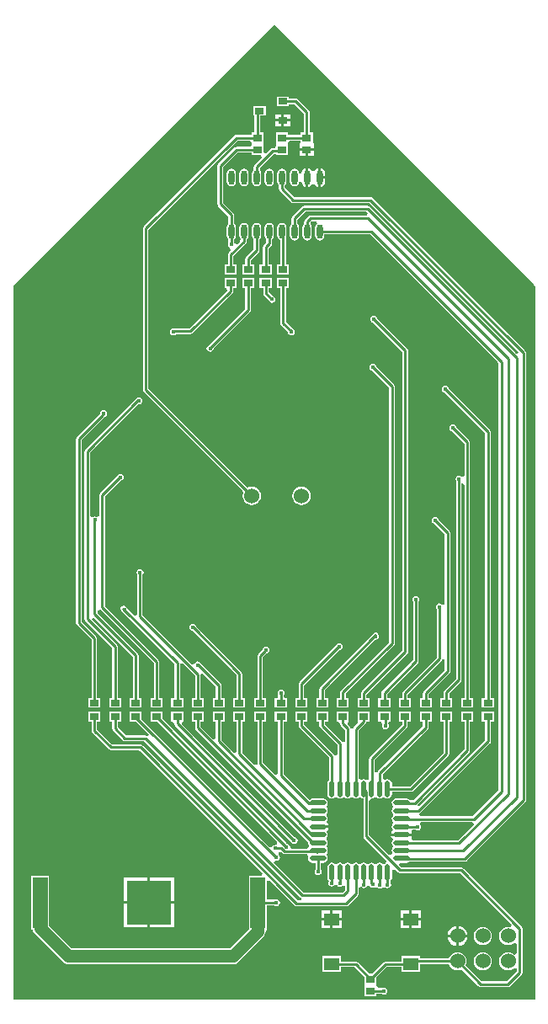
<source format=gbl>
G04*
G04 #@! TF.GenerationSoftware,Altium Limited,Altium Designer,18.1.9 (240)*
G04*
G04 Layer_Physical_Order=2*
G04 Layer_Color=16711680*
%FSLAX25Y25*%
%MOIN*%
G70*
G01*
G75*
%ADD10C,0.01000*%
%ADD14R,0.03543X0.03150*%
%ADD26C,0.06000*%
%ADD27C,0.01500*%
%ADD28O,0.02362X0.05709*%
%ADD29R,0.03543X0.02756*%
%ADD30R,0.03740X0.02559*%
%ADD31O,0.06496X0.02165*%
%ADD32O,0.02165X0.06496*%
%ADD33R,0.06102X0.05118*%
%ADD34R,0.17717X0.17717*%
%ADD35R,0.05906X0.20079*%
%ADD36C,0.05000*%
G36*
X206700Y282500D02*
X206700Y0D01*
X-100D01*
Y282602D01*
X103249Y385951D01*
X206700Y282500D01*
D02*
G37*
%LPC*%
G36*
X109596Y350339D02*
X107226D01*
Y348560D01*
X109596D01*
Y350339D01*
D02*
G37*
G36*
X106226D02*
X103856D01*
Y348560D01*
X106226D01*
Y350339D01*
D02*
G37*
G36*
X109596Y347560D02*
X107226D01*
Y345780D01*
X109596D01*
Y347560D01*
D02*
G37*
G36*
X106226D02*
X103856D01*
Y345780D01*
X106226D01*
Y347560D01*
D02*
G37*
G36*
X109196Y357420D02*
X104256D01*
Y353661D01*
X109196D01*
Y354419D01*
X111395D01*
X115078Y350735D01*
Y343350D01*
X113828D01*
Y342297D01*
X108801D01*
Y343350D01*
X104058D01*
Y339626D01*
X104058Y339001D01*
X104058Y338085D01*
X103856Y337085D01*
X102622D01*
X102193Y336999D01*
X101829Y336756D01*
X101829Y336756D01*
X100031Y334958D01*
X99031Y335372D01*
Y338001D01*
X99031Y338626D01*
X99031Y339626D01*
Y343350D01*
X97781D01*
Y349921D01*
X99944D01*
Y353679D01*
X95004D01*
Y349921D01*
X95538D01*
Y343350D01*
X94287D01*
Y342297D01*
X88276D01*
X88276Y342297D01*
X87846Y342212D01*
X87483Y341969D01*
X51607Y306093D01*
X51364Y305729D01*
X51278Y305300D01*
X51278Y305300D01*
Y241415D01*
X51278Y241415D01*
X51364Y240986D01*
X51607Y240622D01*
X91195Y201034D01*
X90908Y200340D01*
X90784Y199400D01*
X90908Y198460D01*
X91270Y197584D01*
X91847Y196832D01*
X92599Y196255D01*
X93475Y195893D01*
X94415Y195769D01*
X95355Y195893D01*
X96231Y196255D01*
X96983Y196832D01*
X97560Y197584D01*
X97922Y198460D01*
X98046Y199400D01*
X97922Y200340D01*
X97560Y201216D01*
X96983Y201968D01*
X96231Y202545D01*
X95355Y202907D01*
X94415Y203031D01*
X93475Y202907D01*
X92781Y202620D01*
X53522Y241880D01*
Y304835D01*
X88740Y340054D01*
X93580D01*
X94287Y339347D01*
X94287Y338280D01*
X93580Y337573D01*
X88351D01*
X88351Y337573D01*
X87922Y337487D01*
X87558Y337244D01*
X87558Y337244D01*
X81207Y330893D01*
X80964Y330529D01*
X80878Y330100D01*
X80878Y330100D01*
Y314900D01*
X80878Y314900D01*
X80964Y314471D01*
X81207Y314107D01*
X85178Y310135D01*
Y307038D01*
X85016Y306929D01*
X84622Y306340D01*
X84484Y305645D01*
Y302298D01*
X84622Y301604D01*
X85016Y301014D01*
X85178Y300906D01*
Y299651D01*
X85028Y299427D01*
X84924Y298900D01*
X85028Y298373D01*
X85327Y297927D01*
X85773Y297628D01*
X85819Y297619D01*
X86169Y296556D01*
X85307Y295693D01*
X85064Y295329D01*
X84978Y294900D01*
X84978Y294900D01*
Y291134D01*
X83728D01*
Y287178D01*
X88472D01*
Y291134D01*
X87221D01*
Y294435D01*
X92093Y299307D01*
X92093Y299307D01*
X92336Y299671D01*
X92422Y300100D01*
Y300906D01*
X92584Y301014D01*
X92978Y301604D01*
X93116Y302298D01*
Y305645D01*
X92978Y306340D01*
X92584Y306929D01*
X91995Y307323D01*
X91300Y307461D01*
X90605Y307323D01*
X90016Y306929D01*
X89622Y306340D01*
X89484Y305645D01*
Y302298D01*
X89622Y301604D01*
X90016Y301014D01*
X89677Y300063D01*
X88644Y299030D01*
X87581Y299381D01*
X87572Y299427D01*
X87422Y299651D01*
Y300906D01*
X87584Y301014D01*
X87978Y301604D01*
X88116Y302298D01*
Y305645D01*
X87978Y306340D01*
X87584Y306929D01*
X87422Y307038D01*
Y310600D01*
X87422Y310600D01*
X87336Y311029D01*
X87093Y311393D01*
X87093Y311393D01*
X83122Y315365D01*
Y329635D01*
X88816Y335330D01*
X94287D01*
Y334276D01*
X97935D01*
X98349Y333276D01*
X95507Y330434D01*
X95264Y330070D01*
X95178Y329641D01*
X95178Y329641D01*
Y328494D01*
X95016Y328386D01*
X94622Y327797D01*
X94484Y327102D01*
Y323755D01*
X94622Y323060D01*
X95016Y322471D01*
X95605Y322077D01*
X96300Y321939D01*
X96995Y322077D01*
X97584Y322471D01*
X97978Y323060D01*
X98116Y323755D01*
Y327102D01*
X97978Y327797D01*
X97584Y328386D01*
X97638Y329393D01*
X103058Y334813D01*
X104058Y334772D01*
Y334276D01*
X108801D01*
Y338001D01*
X108801Y338626D01*
X108801Y339347D01*
X109508Y340054D01*
X113828D01*
Y339026D01*
X113428D01*
Y336951D01*
X116200D01*
X118972D01*
Y339026D01*
X118572D01*
Y343350D01*
X117322D01*
Y351200D01*
X117236Y351629D01*
X116993Y351993D01*
X116993Y351993D01*
X112653Y356333D01*
X112289Y356576D01*
X111860Y356662D01*
X111860Y356662D01*
X109196D01*
Y357420D01*
D02*
G37*
G36*
X118972Y335951D02*
X116700D01*
Y333876D01*
X118972D01*
Y335951D01*
D02*
G37*
G36*
X115700D02*
X113428D01*
Y333876D01*
X115700D01*
Y335951D01*
D02*
G37*
G36*
X115800Y329226D02*
X115449Y329156D01*
X114727Y328674D01*
X114245Y327953D01*
X114076Y327102D01*
X113116D01*
X112978Y327797D01*
X112584Y328386D01*
X111995Y328779D01*
X111300Y328918D01*
X110605Y328779D01*
X110016Y328386D01*
X109622Y327797D01*
X109484Y327102D01*
Y323755D01*
X109622Y323060D01*
X110016Y322471D01*
X110605Y322077D01*
X111300Y321939D01*
X111995Y322077D01*
X112584Y322471D01*
X112978Y323060D01*
X113116Y323755D01*
X114076D01*
X114245Y322904D01*
X114727Y322183D01*
X115449Y321701D01*
X115800Y321631D01*
Y325428D01*
Y329226D01*
D02*
G37*
G36*
X121800D02*
Y325928D01*
X123524D01*
Y327102D01*
X123354Y327953D01*
X122872Y328674D01*
X122151Y329156D01*
X121800Y329226D01*
D02*
G37*
G36*
X101300Y328918D02*
X100605Y328779D01*
X100016Y328386D01*
X99622Y327797D01*
X99484Y327102D01*
Y323755D01*
X99622Y323060D01*
X100016Y322471D01*
X100605Y322077D01*
X101300Y321939D01*
X101995Y322077D01*
X102584Y322471D01*
X102978Y323060D01*
X103116Y323755D01*
Y327102D01*
X102978Y327797D01*
X102584Y328386D01*
X101995Y328779D01*
X101300Y328918D01*
D02*
G37*
G36*
X91300D02*
X90605Y328779D01*
X90016Y328386D01*
X89622Y327797D01*
X89484Y327102D01*
Y323755D01*
X89622Y323060D01*
X90016Y322471D01*
X90605Y322077D01*
X91300Y321939D01*
X91995Y322077D01*
X92584Y322471D01*
X92978Y323060D01*
X93116Y323755D01*
Y327102D01*
X92978Y327797D01*
X92584Y328386D01*
X91995Y328779D01*
X91300Y328918D01*
D02*
G37*
G36*
X86300D02*
X85605Y328779D01*
X85016Y328386D01*
X84622Y327797D01*
X84484Y327102D01*
Y323755D01*
X84622Y323060D01*
X85016Y322471D01*
X85605Y322077D01*
X86300Y321939D01*
X86995Y322077D01*
X87584Y322471D01*
X87978Y323060D01*
X88116Y323755D01*
Y327102D01*
X87978Y327797D01*
X87584Y328386D01*
X86995Y328779D01*
X86300Y328918D01*
D02*
G37*
G36*
X123524Y324928D02*
X121800D01*
Y321631D01*
X122151Y321701D01*
X122872Y322183D01*
X123354Y322904D01*
X123524Y323755D01*
Y324928D01*
D02*
G37*
G36*
X116800Y329226D02*
Y325428D01*
Y321631D01*
X117151Y321701D01*
X117873Y322183D01*
X118255Y322756D01*
X118800Y322837D01*
X119345Y322756D01*
X119728Y322183D01*
X120449Y321701D01*
X120800Y321631D01*
Y325428D01*
Y329226D01*
X120449Y329156D01*
X119728Y328674D01*
X119345Y328101D01*
X118800Y328019D01*
X118255Y328101D01*
X117873Y328674D01*
X117151Y329156D01*
X116800Y329226D01*
D02*
G37*
G36*
X106300Y307461D02*
X105605Y307323D01*
X105016Y306929D01*
X104622Y306340D01*
X104484Y305645D01*
Y302298D01*
X104622Y301604D01*
X105016Y301014D01*
X105605Y300621D01*
X105678Y300606D01*
Y291134D01*
X104428D01*
Y287178D01*
X109172D01*
Y291134D01*
X107922D01*
Y301519D01*
X107978Y301604D01*
X108116Y302298D01*
Y305645D01*
X107978Y306340D01*
X107584Y306929D01*
X106995Y307323D01*
X106300Y307461D01*
D02*
G37*
G36*
X101300D02*
X100605Y307323D01*
X100016Y306929D01*
X99622Y306340D01*
X99484Y305645D01*
Y302298D01*
X99622Y301604D01*
X100016Y301014D01*
X100178Y300906D01*
Y299665D01*
X99207Y298693D01*
X98964Y298329D01*
X98878Y297900D01*
X98878Y297900D01*
Y291134D01*
X97528D01*
Y287178D01*
X102272D01*
Y291134D01*
X101122D01*
Y297435D01*
X102093Y298407D01*
X102093Y298407D01*
X102336Y298771D01*
X102422Y299200D01*
X102422Y299200D01*
Y300906D01*
X102584Y301014D01*
X102978Y301604D01*
X103116Y302298D01*
Y305645D01*
X102978Y306340D01*
X102584Y306929D01*
X101995Y307323D01*
X101300Y307461D01*
D02*
G37*
G36*
X96300D02*
X95605Y307323D01*
X95016Y306929D01*
X94622Y306340D01*
X94484Y305645D01*
Y302298D01*
X94622Y301604D01*
X95016Y301014D01*
X95178Y300906D01*
Y297065D01*
X92207Y294093D01*
X91964Y293729D01*
X91878Y293300D01*
X91878Y293300D01*
Y291134D01*
X90628D01*
Y287178D01*
X95372D01*
Y291134D01*
X94121D01*
Y292835D01*
X97093Y295807D01*
X97093Y295807D01*
X97336Y296171D01*
X97422Y296600D01*
Y300906D01*
X97584Y301014D01*
X97978Y301604D01*
X98116Y302298D01*
Y305645D01*
X97978Y306340D01*
X97584Y306929D01*
X96995Y307323D01*
X96300Y307461D01*
D02*
G37*
G36*
X102272Y285622D02*
X97528D01*
Y281666D01*
X98978D01*
Y279500D01*
X98978Y279500D01*
X99064Y279071D01*
X99307Y278707D01*
X101200Y276813D01*
X101228Y276673D01*
X101527Y276227D01*
X101973Y275928D01*
X102500Y275823D01*
X103027Y275928D01*
X103473Y276227D01*
X103772Y276673D01*
X103876Y277200D01*
X103772Y277727D01*
X103473Y278173D01*
X103027Y278472D01*
X102637Y278549D01*
X101222Y279965D01*
Y281666D01*
X102272D01*
Y285622D01*
D02*
G37*
G36*
X88472Y285622D02*
X83728D01*
Y281666D01*
X84266D01*
X84680Y280666D01*
X69735Y265722D01*
X63200D01*
X62771Y265636D01*
X62407Y265393D01*
X62164Y265029D01*
X62078Y264600D01*
X62081Y264588D01*
X62024Y264300D01*
X62128Y263773D01*
X62427Y263327D01*
X62873Y263028D01*
X63400Y262924D01*
X63927Y263028D01*
X64373Y263327D01*
X64475Y263478D01*
X70200D01*
X70200Y263478D01*
X70629Y263564D01*
X70993Y263807D01*
X86893Y279707D01*
X86893Y279707D01*
X87136Y280071D01*
X87222Y280500D01*
X87221Y280500D01*
Y281666D01*
X88472D01*
Y285622D01*
D02*
G37*
G36*
X109172Y285622D02*
X104428D01*
Y281666D01*
X105678D01*
Y267800D01*
X105678Y267800D01*
X105764Y267371D01*
X106007Y267007D01*
X108786Y264228D01*
X108885Y263730D01*
X109183Y263283D01*
X109630Y262985D01*
X110157Y262880D01*
X110683Y262985D01*
X111130Y263283D01*
X111428Y263730D01*
X111533Y264257D01*
X111428Y264783D01*
X111130Y265230D01*
X110683Y265528D01*
X110651Y265535D01*
X107922Y268265D01*
Y281666D01*
X109172D01*
Y285622D01*
D02*
G37*
G36*
X95372Y285622D02*
X90628D01*
Y281666D01*
X91878D01*
Y273464D01*
X77513Y259100D01*
X77373Y259072D01*
X76927Y258773D01*
X76628Y258327D01*
X76524Y257800D01*
X76628Y257273D01*
X76927Y256827D01*
X77373Y256528D01*
X77900Y256423D01*
X78427Y256528D01*
X78873Y256827D01*
X79172Y257273D01*
X79249Y257663D01*
X93793Y272207D01*
X93793Y272207D01*
X94036Y272571D01*
X94121Y273000D01*
X94121Y273000D01*
Y281666D01*
X95372D01*
Y285622D01*
D02*
G37*
G36*
X106300Y328918D02*
X105605Y328779D01*
X105016Y328386D01*
X104622Y327797D01*
X104484Y327102D01*
Y323755D01*
X104622Y323060D01*
X105016Y322471D01*
X105178Y322362D01*
Y321000D01*
X105178Y321000D01*
X105264Y320571D01*
X105507Y320207D01*
X110007Y315707D01*
X110007Y315707D01*
X110371Y315464D01*
X110800Y315378D01*
X110800Y315378D01*
X141035D01*
X200284Y256130D01*
X200286Y256114D01*
X200013Y255890D01*
X199203Y255783D01*
X141093Y313893D01*
X140729Y314136D01*
X140300Y314222D01*
X140300Y314222D01*
X115100D01*
X115100Y314222D01*
X114671Y314136D01*
X114307Y313893D01*
X114307Y313893D01*
X110507Y310093D01*
X110264Y309729D01*
X110178Y309300D01*
X110178Y309300D01*
Y307038D01*
X110016Y306929D01*
X109622Y306340D01*
X109484Y305645D01*
Y302298D01*
X109622Y301604D01*
X110016Y301014D01*
X110605Y300621D01*
X111300Y300482D01*
X111995Y300621D01*
X112584Y301014D01*
X112978Y301604D01*
X113116Y302298D01*
Y305645D01*
X112978Y306340D01*
X112584Y306929D01*
X112422Y307038D01*
Y308835D01*
X115565Y311979D01*
X139835D01*
X140492Y311321D01*
X140078Y310321D01*
X117600D01*
X117600Y310322D01*
X117171Y310236D01*
X116807Y309993D01*
X116807Y309993D01*
X115507Y308693D01*
X115264Y308329D01*
X115178Y307900D01*
X115178Y307900D01*
Y307038D01*
X115016Y306929D01*
X114622Y306340D01*
X114484Y305645D01*
Y302298D01*
X114622Y301604D01*
X115016Y301014D01*
X115605Y300621D01*
X116300Y300482D01*
X116995Y300621D01*
X117584Y301014D01*
X117978Y301604D01*
X118116Y302298D01*
Y305645D01*
X117978Y306340D01*
X117584Y306929D01*
X117875Y307889D01*
X118065Y308079D01*
X119936D01*
X120240Y307079D01*
X120016Y306929D01*
X119622Y306340D01*
X119484Y305645D01*
Y302298D01*
X119622Y301604D01*
X120016Y301014D01*
X120605Y300621D01*
X121300Y300482D01*
X121995Y300621D01*
X122584Y301014D01*
X122978Y301604D01*
X123116Y302298D01*
Y302850D01*
X141264D01*
X192178Y251935D01*
Y82865D01*
X181935Y72622D01*
X160918D01*
X160779Y73613D01*
X161143Y73857D01*
X188693Y101407D01*
X188693Y101407D01*
X188936Y101771D01*
X189022Y102200D01*
X189022Y102200D01*
Y110022D01*
X190272D01*
Y113978D01*
X185528D01*
Y110022D01*
X186778D01*
Y102665D01*
X160405Y76291D01*
X160391Y76295D01*
X160125Y77439D01*
X180493Y97807D01*
X180493Y97807D01*
X180736Y98171D01*
X180822Y98600D01*
X180822Y98600D01*
Y110022D01*
X182072D01*
Y113978D01*
X177328D01*
Y110022D01*
X178578D01*
Y99064D01*
X158435Y78921D01*
X157206D01*
X157079Y79112D01*
X156522Y79483D01*
X155865Y79614D01*
X151535D01*
X150878Y79483D01*
X150321Y79112D01*
X149950Y78555D01*
X149819Y77898D01*
X149950Y77242D01*
X150100Y77017D01*
X150246Y76324D01*
X150100Y75631D01*
X149950Y75405D01*
X149819Y74749D01*
X149950Y74092D01*
X150321Y73536D01*
Y72812D01*
X149950Y72256D01*
X149819Y71599D01*
X149950Y70943D01*
X150100Y70718D01*
X150246Y70024D01*
X150100Y69331D01*
X149950Y69106D01*
X149819Y68450D01*
X149950Y67793D01*
X150321Y67237D01*
X149767Y66404D01*
X149573Y66113D01*
X149511Y65800D01*
X153700D01*
X157889D01*
X157827Y66113D01*
X157683Y66328D01*
X158218Y67328D01*
X159298D01*
X159523Y67178D01*
X160050Y67073D01*
X160576Y67178D01*
X161023Y67476D01*
X161321Y67923D01*
X161426Y68450D01*
X161321Y68976D01*
X161053Y69378D01*
X161104Y69634D01*
X161393Y70378D01*
X181878D01*
X182292Y69378D01*
X176087Y63173D01*
X158093D01*
X157617Y64173D01*
X157633Y64196D01*
X157827Y64487D01*
X157889Y64800D01*
X153700D01*
X149511D01*
X149573Y64487D01*
X149767Y64196D01*
X150321Y63363D01*
X149950Y62807D01*
X149819Y62150D01*
X149950Y61494D01*
X150100Y61269D01*
X150246Y60576D01*
X150100Y59882D01*
X149950Y59657D01*
X149819Y59001D01*
X149950Y58344D01*
X150100Y58119D01*
X150137Y57945D01*
X149819Y57419D01*
X148620Y57266D01*
X140828Y65057D01*
Y78819D01*
X141828Y79541D01*
X141889Y79529D01*
X142545Y79660D01*
X143102Y80032D01*
X143825D01*
X144382Y79660D01*
X145039Y79529D01*
X145695Y79660D01*
X146252Y80032D01*
X146975D01*
X147532Y79660D01*
X148188Y79529D01*
X148845Y79660D01*
X149401Y80032D01*
X149773Y80588D01*
X149904Y81245D01*
Y82190D01*
X157511D01*
X157511Y82190D01*
X157940Y82275D01*
X158304Y82518D01*
X172293Y96507D01*
X172293Y96507D01*
X172536Y96871D01*
X172622Y97300D01*
X172622Y97300D01*
Y110022D01*
X173872D01*
Y113978D01*
X169128D01*
Y110022D01*
X170378D01*
Y97764D01*
X157046Y84433D01*
X149904D01*
Y85576D01*
X149773Y86232D01*
X149401Y86789D01*
X148845Y87161D01*
X148188Y87291D01*
X147532Y87161D01*
X147231Y86960D01*
X146376Y87283D01*
X146231Y87403D01*
Y89145D01*
X164093Y107007D01*
X164093Y107007D01*
X164336Y107371D01*
X164422Y107800D01*
X164421Y107800D01*
Y110022D01*
X165672D01*
Y113978D01*
X160928D01*
Y110022D01*
X162178D01*
Y108265D01*
X144316Y90403D01*
X144073Y90039D01*
X143081Y90178D01*
Y94795D01*
X155893Y107607D01*
X155893Y107607D01*
X156136Y107971D01*
X156221Y108400D01*
Y110022D01*
X157472D01*
Y113978D01*
X152728D01*
Y110022D01*
X153978D01*
Y108865D01*
X141167Y96053D01*
X140924Y95689D01*
X140838Y95260D01*
X140838Y95260D01*
Y87263D01*
X140305Y86978D01*
X139857Y86853D01*
X139396Y87161D01*
X138739Y87291D01*
X138083Y87161D01*
X137782Y86960D01*
X136927Y87283D01*
X136782Y87403D01*
Y106596D01*
X139493Y109307D01*
X139493Y109307D01*
X139736Y109671D01*
X139806Y110022D01*
X141072D01*
Y113978D01*
X136328D01*
Y110022D01*
X136328D01*
X136536Y109522D01*
X134868Y107854D01*
X134625Y107490D01*
X134600Y107367D01*
X133633Y107289D01*
X133633Y107289D01*
X133547Y107718D01*
X133304Y108082D01*
X132364Y109022D01*
X132778Y110022D01*
X132872D01*
Y113978D01*
X128128D01*
Y110022D01*
X128750D01*
X129378Y109300D01*
X129464Y108871D01*
X129707Y108507D01*
X131389Y106824D01*
Y102007D01*
X130398Y101868D01*
X130155Y102232D01*
X123422Y108965D01*
Y110022D01*
X124672D01*
Y113978D01*
X119928D01*
Y110022D01*
X121178D01*
Y108500D01*
X121178Y108500D01*
X121264Y108071D01*
X121507Y107707D01*
X128240Y100974D01*
Y96857D01*
X127248Y96717D01*
X127005Y97081D01*
X115222Y108865D01*
Y110022D01*
X116472D01*
Y113978D01*
X111728D01*
Y110022D01*
X112978D01*
Y108400D01*
X112978Y108400D01*
X113064Y107971D01*
X113307Y107607D01*
X125090Y95824D01*
Y86897D01*
X124928Y86789D01*
X124556Y86232D01*
X124425Y85576D01*
Y81245D01*
X124556Y80588D01*
X124928Y80032D01*
X125484Y79660D01*
X126141Y79529D01*
X126797Y79660D01*
X127354Y80032D01*
X128077D01*
X128634Y79660D01*
X129291Y79529D01*
X129947Y79660D01*
X130504Y80032D01*
X131227D01*
X131784Y79660D01*
X132440Y79529D01*
X133097Y79660D01*
X133653Y80032D01*
X134377D01*
X134933Y79660D01*
X135590Y79529D01*
X136246Y79660D01*
X136803Y80032D01*
X137526D01*
X138083Y79660D01*
X138585Y79560D01*
Y64593D01*
X138585Y64593D01*
X138670Y64164D01*
X138913Y63800D01*
X147592Y55121D01*
X147571Y54761D01*
X147338Y53961D01*
X146975Y53718D01*
X146252D01*
X145695Y54090D01*
X145039Y54220D01*
X144382Y54090D01*
X143825Y53718D01*
X143102D01*
X142545Y54090D01*
X141889Y54220D01*
X141232Y54090D01*
X140676Y53718D01*
X139953D01*
X139396Y54090D01*
X138739Y54220D01*
X138083Y54090D01*
X137526Y53718D01*
X136803D01*
X136246Y54090D01*
X135590Y54220D01*
X134933Y54090D01*
X134377Y53718D01*
X133653D01*
X133097Y54090D01*
X132440Y54220D01*
X131784Y54090D01*
X131227Y53718D01*
X130504D01*
X129947Y54090D01*
X129291Y54220D01*
X128634Y54090D01*
X128077Y53718D01*
X127354D01*
X126797Y54090D01*
X126141Y54220D01*
X125484Y54090D01*
X124928Y53718D01*
X124556Y53161D01*
X124425Y52505D01*
Y48174D01*
X124556Y47517D01*
X124928Y46961D01*
X125019Y46900D01*
Y46892D01*
X124869Y46668D01*
X124765Y46141D01*
X124869Y45614D01*
X125168Y45168D01*
X125614Y44869D01*
X126141Y44765D01*
X126668Y44869D01*
X127114Y45168D01*
X127143Y45211D01*
X127154Y45215D01*
X128270Y45188D01*
X128317Y45117D01*
X128764Y44819D01*
X129291Y44714D01*
X129817Y44819D01*
X130264Y45117D01*
X130389Y45305D01*
X131389Y45002D01*
Y43476D01*
X130335Y42422D01*
X114887D01*
X103098Y54210D01*
X103673Y55028D01*
X104200Y54924D01*
X104727Y55028D01*
X105173Y55327D01*
X105472Y55773D01*
X105576Y56300D01*
X105472Y56827D01*
X105173Y57273D01*
X105115Y57312D01*
X104920Y58379D01*
X104963Y58435D01*
X106009Y58489D01*
X106641Y57857D01*
X106641Y57857D01*
X107004Y57614D01*
X107434Y57528D01*
X107434Y57528D01*
X116358D01*
X116893Y56528D01*
X116879Y56508D01*
X116748Y55851D01*
X116879Y55195D01*
X117251Y54638D01*
X117807Y54266D01*
X118464Y54136D01*
X119578D01*
Y51451D01*
X119428Y51227D01*
X119324Y50700D01*
X119428Y50173D01*
X119727Y49727D01*
X120173Y49428D01*
X120700Y49324D01*
X121227Y49428D01*
X121673Y49727D01*
X121972Y50173D01*
X122076Y50700D01*
X121972Y51227D01*
X121822Y51451D01*
Y54136D01*
X122794D01*
X123451Y54266D01*
X124008Y54638D01*
X124380Y55195D01*
X124510Y55851D01*
X124380Y56508D01*
X124229Y56733D01*
X124084Y57426D01*
X124229Y58119D01*
X124380Y58344D01*
X124510Y59001D01*
X124380Y59657D01*
X124229Y59882D01*
X124084Y60576D01*
X124229Y61269D01*
X124380Y61494D01*
X124510Y62150D01*
X124380Y62807D01*
X124008Y63363D01*
Y64087D01*
X124380Y64643D01*
X124510Y65300D01*
X124380Y65957D01*
X124008Y66513D01*
X124562Y67346D01*
X124756Y67637D01*
X124819Y67950D01*
X120629D01*
Y68950D01*
X124819D01*
X124756Y69262D01*
X124562Y69554D01*
X124008Y70386D01*
X124380Y70943D01*
X124510Y71599D01*
X124380Y72256D01*
X124008Y72812D01*
Y73536D01*
X124380Y74092D01*
X124510Y74749D01*
X124380Y75405D01*
X124229Y75631D01*
X124084Y76324D01*
X124229Y77017D01*
X124380Y77242D01*
X124510Y77898D01*
X124380Y78555D01*
X124008Y79112D01*
X123451Y79483D01*
X122794Y79614D01*
X118464D01*
X117807Y79483D01*
X117251Y79112D01*
X117181Y79105D01*
X107021Y89265D01*
Y110022D01*
X108272D01*
Y113978D01*
X103528D01*
Y110022D01*
X104778D01*
Y89422D01*
X103778Y89008D01*
X98822Y93965D01*
Y110022D01*
X100072D01*
Y113978D01*
X95328D01*
Y110022D01*
X96578D01*
Y93500D01*
X96578Y93500D01*
X96648Y93153D01*
X96603Y93095D01*
X95524Y92862D01*
X90622Y97765D01*
Y110022D01*
X91872D01*
Y113978D01*
X87128D01*
Y110022D01*
X88378D01*
Y98122D01*
X87378Y97708D01*
X82421Y102665D01*
Y110022D01*
X83672D01*
Y113978D01*
X78928D01*
Y110022D01*
X80178D01*
Y103471D01*
X79178Y103056D01*
X74221Y108013D01*
Y110022D01*
X75472D01*
Y113978D01*
X70728D01*
Y110022D01*
X71978D01*
Y107549D01*
X71978Y107549D01*
X72064Y107120D01*
X72307Y106756D01*
X116775Y62287D01*
X116748Y62150D01*
X116879Y61494D01*
X117029Y61269D01*
X117151Y60691D01*
X116434Y59772D01*
X110448D01*
X109576Y60500D01*
X109472Y61027D01*
X109173Y61473D01*
X108727Y61772D01*
X108462Y61824D01*
X59072Y111214D01*
Y113978D01*
X54328D01*
Y110022D01*
X57092D01*
X104506Y62608D01*
X104437Y61263D01*
X104327Y61172D01*
X103800Y61276D01*
X103273Y61172D01*
X102827Y60873D01*
X102660Y60624D01*
X101852Y60391D01*
X101498Y60372D01*
X50872Y110998D01*
Y113978D01*
X46128D01*
Y110022D01*
X48676D01*
X53780Y104918D01*
X53115Y104193D01*
X52751Y104436D01*
X52322Y104522D01*
X52322Y104522D01*
X44565D01*
X41422Y107665D01*
Y110022D01*
X42672D01*
Y113978D01*
X37928D01*
Y110022D01*
X39178D01*
Y107200D01*
X39178Y107200D01*
X39264Y106771D01*
X39507Y106407D01*
X43307Y102607D01*
X43307Y102607D01*
X43671Y102364D01*
X44100Y102278D01*
X44100Y102278D01*
X51858D01*
X113629Y40507D01*
X113629Y40507D01*
X113993Y40264D01*
X114205Y40222D01*
X114107Y39222D01*
X112565D01*
X51093Y100693D01*
X50729Y100936D01*
X50300Y101022D01*
X50300Y101022D01*
X39065D01*
X33222Y106865D01*
Y110022D01*
X34472D01*
Y113978D01*
X29728D01*
Y110022D01*
X30978D01*
Y106400D01*
X30978Y106400D01*
X31064Y105971D01*
X31307Y105607D01*
X37807Y99107D01*
X37807Y99107D01*
X38171Y98864D01*
X38600Y98778D01*
X38600Y98778D01*
X49835D01*
X98651Y49963D01*
X98268Y49039D01*
X93268D01*
Y27890D01*
X85705Y20327D01*
X23095D01*
X14153Y29269D01*
Y49039D01*
X7047D01*
Y27761D01*
X7557D01*
X7580Y27591D01*
X7892Y26837D01*
X8389Y26189D01*
X19589Y14989D01*
X19589Y14989D01*
X20237Y14492D01*
X20991Y14180D01*
X21800Y14073D01*
X87000D01*
X87000Y14073D01*
X87809Y14180D01*
X88563Y14492D01*
X89211Y14989D01*
X99031Y24810D01*
X99031Y24810D01*
X99528Y25457D01*
X99841Y26211D01*
X99937Y26941D01*
X100373Y27761D01*
X100373Y27761D01*
X100373Y27761D01*
Y37278D01*
X103449D01*
X103673Y37128D01*
X104200Y37024D01*
X104727Y37128D01*
X105173Y37427D01*
X105472Y37873D01*
X105576Y38400D01*
X105472Y38927D01*
X105173Y39373D01*
X104727Y39672D01*
X104200Y39776D01*
X103673Y39672D01*
X103449Y39522D01*
X100373D01*
Y46934D01*
X101297Y47317D01*
X111307Y37307D01*
X111307Y37307D01*
X111671Y37064D01*
X112100Y36978D01*
X112100Y36978D01*
X131800D01*
X131800Y36978D01*
X132229Y37064D01*
X132593Y37307D01*
X136454Y41168D01*
X136454Y41168D01*
X136697Y41531D01*
X136782Y41961D01*
X136782Y41961D01*
Y44413D01*
X137782Y44716D01*
X137901Y44539D01*
X138347Y44240D01*
X138874Y44135D01*
X139401Y44240D01*
X139847Y44539D01*
X140131Y44963D01*
X140390Y45007D01*
X140855Y45049D01*
X141170Y45010D01*
X141427Y44627D01*
X141873Y44328D01*
X142400Y44224D01*
X142927Y44328D01*
X143056Y44415D01*
X143480Y44589D01*
X144227Y44327D01*
X144673Y44028D01*
X145200Y43924D01*
X145727Y44028D01*
X146173Y44327D01*
X147140Y44523D01*
X147361Y44441D01*
X147661Y44240D01*
X148188Y44135D01*
X148715Y44240D01*
X149162Y44539D01*
X149460Y44985D01*
X149565Y45512D01*
X149460Y46038D01*
X149310Y46263D01*
Y46900D01*
X149401Y46961D01*
X149773Y47517D01*
X149904Y48174D01*
Y51395D01*
X150904Y51809D01*
X152206Y50507D01*
X152206Y50507D01*
X152570Y50264D01*
X152999Y50178D01*
X152999Y50178D01*
X176835D01*
X197496Y29518D01*
X196930Y28670D01*
X196840Y28707D01*
X195900Y28831D01*
X194960Y28707D01*
X194085Y28345D01*
X193332Y27768D01*
X192755Y27016D01*
X192393Y26140D01*
X192269Y25200D01*
X192393Y24260D01*
X192755Y23384D01*
X193332Y22633D01*
X194085Y22055D01*
X194960Y21693D01*
X195900Y21569D01*
X196840Y21693D01*
X197715Y22055D01*
X198378Y22564D01*
X198757Y22488D01*
X199378Y22177D01*
Y18223D01*
X198757Y17912D01*
X198378Y17836D01*
X197715Y18345D01*
X196840Y18707D01*
X195900Y18831D01*
X194960Y18707D01*
X194085Y18345D01*
X193332Y17767D01*
X192755Y17016D01*
X192393Y16140D01*
X192269Y15200D01*
X192393Y14260D01*
X192755Y13385D01*
X193332Y12632D01*
X194085Y12055D01*
X194960Y11693D01*
X195900Y11569D01*
X196840Y11693D01*
X197715Y12055D01*
X198378Y12564D01*
X198757Y12488D01*
X199283Y12225D01*
X199365Y11252D01*
X195335Y7222D01*
X185465D01*
X179120Y13566D01*
X179407Y14260D01*
X179531Y15200D01*
X179407Y16140D01*
X179045Y17016D01*
X178468Y17767D01*
X177716Y18345D01*
X176840Y18707D01*
X175900Y18831D01*
X174960Y18707D01*
X174084Y18345D01*
X173332Y17767D01*
X172755Y17016D01*
X172468Y16321D01*
X161001D01*
Y17201D01*
X153698D01*
Y15163D01*
X147380D01*
X147380Y15163D01*
X146950Y15078D01*
X146587Y14835D01*
X146586Y14835D01*
X142089Y10337D01*
X140911D01*
X136414Y14835D01*
X136050Y15078D01*
X135620Y15163D01*
X135620Y15163D01*
X129702D01*
Y17201D01*
X122399D01*
Y10883D01*
X129702D01*
Y12920D01*
X135156D01*
X139128Y8948D01*
Y6613D01*
X139128Y5987D01*
X139128Y4987D01*
Y1263D01*
X143872D01*
Y2316D01*
X145986D01*
X146211Y2166D01*
X146738Y2061D01*
X147265Y2166D01*
X147711Y2465D01*
X148010Y2911D01*
X148114Y3438D01*
X148010Y3965D01*
X147711Y4411D01*
X147265Y4710D01*
X146738Y4814D01*
X146211Y4710D01*
X145986Y4559D01*
X144579D01*
X143872Y5266D01*
Y5613D01*
X143872Y6613D01*
Y8948D01*
X147844Y12920D01*
X153698D01*
Y10883D01*
X161001D01*
Y14078D01*
X172468D01*
X172755Y13385D01*
X173332Y12632D01*
X174084Y12055D01*
X174960Y11693D01*
X175900Y11569D01*
X176840Y11693D01*
X177534Y11980D01*
X184207Y5307D01*
X184207Y5307D01*
X184571Y5064D01*
X185000Y4978D01*
X195800D01*
X195800Y4978D01*
X196229Y5064D01*
X196593Y5307D01*
X201293Y10007D01*
X201293Y10007D01*
X201536Y10371D01*
X201622Y10800D01*
Y28100D01*
X201536Y28529D01*
X201293Y28893D01*
X201293Y28893D01*
X178093Y52093D01*
X177729Y52336D01*
X177300Y52422D01*
X177300Y52422D01*
X153464D01*
X152673Y53212D01*
X153056Y54136D01*
X155865D01*
X156522Y54266D01*
X157067Y54630D01*
X178852D01*
X178852Y54630D01*
X179281Y54716D01*
X179645Y54959D01*
X202893Y78207D01*
X202893Y78207D01*
X203136Y78571D01*
X203222Y79000D01*
Y255900D01*
X203136Y256329D01*
X202893Y256693D01*
X202893Y256693D01*
X142293Y317293D01*
X141929Y317536D01*
X141500Y317622D01*
X141500Y317621D01*
X111265D01*
X107458Y321428D01*
X107516Y322426D01*
X107584Y322471D01*
X107978Y323060D01*
X108116Y323755D01*
Y327102D01*
X107978Y327797D01*
X107584Y328386D01*
X106995Y328779D01*
X106300Y328918D01*
D02*
G37*
G36*
X49800Y238476D02*
X49273Y238372D01*
X48827Y238073D01*
X48826Y238073D01*
X48707Y237993D01*
X28507Y217793D01*
X28264Y217429D01*
X28178Y217000D01*
X28178Y217000D01*
Y150700D01*
X28178Y150700D01*
X28264Y150271D01*
X28507Y149907D01*
X39178Y139235D01*
Y119490D01*
X37928D01*
Y115534D01*
X42672D01*
Y119490D01*
X41422D01*
Y139700D01*
X41422Y139700D01*
X41336Y140129D01*
X41093Y140493D01*
X30986Y150600D01*
X30979Y150821D01*
X31752Y151169D01*
X32056Y151157D01*
X47378Y135835D01*
Y119490D01*
X46128D01*
Y115534D01*
X50872D01*
Y119490D01*
X49621D01*
Y136300D01*
X49622Y136300D01*
X49536Y136729D01*
X49293Y137093D01*
X49293Y137093D01*
X33280Y153106D01*
X33334Y154118D01*
X33385Y154154D01*
X34407Y154407D01*
X55578Y133235D01*
Y119490D01*
X54328D01*
Y115534D01*
X59072D01*
Y119490D01*
X57822D01*
Y133700D01*
X57822Y133700D01*
X57736Y134129D01*
X57493Y134493D01*
X57493Y134493D01*
X36322Y155665D01*
Y199235D01*
X42512Y205426D01*
X43027Y205528D01*
X43473Y205827D01*
X43772Y206273D01*
X43876Y206800D01*
X43772Y207327D01*
X43473Y207773D01*
X43027Y208072D01*
X42500Y208176D01*
X41973Y208072D01*
X41527Y207773D01*
X41228Y207327D01*
X41225Y207311D01*
X34407Y200493D01*
X34164Y200129D01*
X34078Y199700D01*
X34078Y199700D01*
Y191446D01*
X33779Y191233D01*
X33078Y191004D01*
X32827Y191172D01*
X32300Y191276D01*
X31773Y191172D01*
X31422Y190937D01*
X30976Y191046D01*
X30422Y191319D01*
Y216535D01*
X49641Y235755D01*
X49800Y235723D01*
X50327Y235828D01*
X50773Y236127D01*
X51072Y236573D01*
X51176Y237100D01*
X51072Y237627D01*
X50773Y238073D01*
X50327Y238372D01*
X49800Y238476D01*
D02*
G37*
G36*
X174000Y227677D02*
X173473Y227572D01*
X173027Y227273D01*
X172728Y226827D01*
X172624Y226300D01*
X172728Y225773D01*
X173027Y225327D01*
X173473Y225028D01*
X173738Y224976D01*
X178578Y220135D01*
Y207219D01*
X177578Y206916D01*
X177473Y207073D01*
X177027Y207372D01*
X176500Y207476D01*
X175973Y207372D01*
X175527Y207073D01*
X175228Y206627D01*
X175124Y206100D01*
X175228Y205573D01*
X175278Y205498D01*
Y127065D01*
X170707Y122493D01*
X170464Y122129D01*
X170378Y121700D01*
X170378Y121700D01*
Y119490D01*
X169128D01*
Y115534D01*
X173872D01*
Y119490D01*
X172622D01*
Y121235D01*
X177193Y125807D01*
X177436Y126171D01*
X177522Y126600D01*
X177522Y126600D01*
Y204256D01*
X177578Y204298D01*
X178578Y203795D01*
Y119490D01*
X177328D01*
Y115534D01*
X182072D01*
Y119490D01*
X180822D01*
Y220600D01*
X180736Y221029D01*
X180493Y221393D01*
X180493Y221393D01*
X175324Y226562D01*
X175272Y226827D01*
X174973Y227273D01*
X174527Y227572D01*
X174000Y227677D01*
D02*
G37*
G36*
X114100Y203031D02*
X113160Y202907D01*
X112285Y202545D01*
X111532Y201968D01*
X110955Y201216D01*
X110593Y200340D01*
X110469Y199400D01*
X110593Y198460D01*
X110955Y197584D01*
X111532Y196832D01*
X112285Y196255D01*
X113160Y195893D01*
X114100Y195769D01*
X115040Y195893D01*
X115916Y196255D01*
X116668Y196832D01*
X117245Y197584D01*
X117607Y198460D01*
X117731Y199400D01*
X117607Y200340D01*
X117245Y201216D01*
X116668Y201968D01*
X115916Y202545D01*
X115040Y202907D01*
X114100Y203031D01*
D02*
G37*
G36*
X167100Y190976D02*
X166573Y190872D01*
X166127Y190573D01*
X165828Y190127D01*
X165724Y189600D01*
X165828Y189073D01*
X166127Y188627D01*
X166573Y188328D01*
X166838Y188276D01*
X170878Y184235D01*
Y156333D01*
X170449Y156188D01*
X169878Y156166D01*
X169673Y156473D01*
X169227Y156772D01*
X168700Y156876D01*
X168173Y156772D01*
X167727Y156473D01*
X167428Y156027D01*
X167324Y155500D01*
X167428Y154973D01*
X167678Y154599D01*
Y135365D01*
X154307Y121993D01*
X154064Y121629D01*
X153978Y121200D01*
X153978Y121200D01*
Y119490D01*
X152728D01*
Y115534D01*
X157472D01*
Y119490D01*
X156221D01*
Y120735D01*
X169593Y134107D01*
X169836Y134471D01*
X169878Y134683D01*
X170878Y134585D01*
Y130465D01*
X162507Y122093D01*
X162264Y121729D01*
X162178Y121300D01*
X162178Y121300D01*
Y119490D01*
X160928D01*
Y115534D01*
X165672D01*
Y119490D01*
X164421D01*
Y120835D01*
X172793Y129207D01*
X172793Y129207D01*
X173036Y129571D01*
X173122Y130000D01*
Y184700D01*
X173122Y184700D01*
X173036Y185129D01*
X172793Y185493D01*
X172793Y185493D01*
X168424Y189862D01*
X168372Y190127D01*
X168073Y190573D01*
X167627Y190872D01*
X167100Y190976D01*
D02*
G37*
G36*
X50200Y170476D02*
X49673Y170372D01*
X49227Y170073D01*
X48928Y169627D01*
X48824Y169100D01*
X48928Y168573D01*
X48978Y168498D01*
Y152322D01*
X47978Y151908D01*
X45249Y154637D01*
X45172Y155027D01*
X44873Y155473D01*
X44427Y155772D01*
X43900Y155876D01*
X43813Y155859D01*
X43500Y155922D01*
X43071Y155836D01*
X42707Y155593D01*
X42464Y155229D01*
X42378Y154800D01*
X42464Y154371D01*
X42586Y154189D01*
X42628Y153973D01*
X42927Y153527D01*
X43373Y153228D01*
X43513Y153200D01*
X63778Y132935D01*
Y119490D01*
X62528D01*
Y115534D01*
X67272D01*
Y119490D01*
X66022D01*
Y132878D01*
X67022Y133292D01*
X71978Y128335D01*
Y119490D01*
X70728D01*
Y115534D01*
X75472D01*
Y119490D01*
X74221D01*
Y128578D01*
X74755Y128918D01*
X75198Y129016D01*
X80178Y124035D01*
Y119490D01*
X78928D01*
Y115534D01*
X83672D01*
Y119490D01*
X82421D01*
Y124500D01*
X82422Y124500D01*
X82336Y124929D01*
X82093Y125293D01*
X82093Y125293D01*
X74095Y133291D01*
X73973Y133473D01*
X73527Y133772D01*
X73000Y133876D01*
X72473Y133772D01*
X72027Y133473D01*
X71786Y133114D01*
X71624Y133006D01*
X70667Y132819D01*
X51222Y152265D01*
Y168199D01*
X51472Y168573D01*
X51576Y169100D01*
X51472Y169627D01*
X51173Y170073D01*
X50727Y170372D01*
X50200Y170476D01*
D02*
G37*
G36*
X143500Y145322D02*
X143071Y145236D01*
X142707Y144993D01*
X142609Y144895D01*
X142427Y144773D01*
X142305Y144591D01*
X121507Y123793D01*
X121264Y123429D01*
X121178Y123000D01*
X121178Y123000D01*
Y119490D01*
X119928D01*
Y115534D01*
X124672D01*
Y119490D01*
X123422D01*
Y122535D01*
X143325Y142438D01*
X143400Y142424D01*
X143927Y142528D01*
X144373Y142827D01*
X144672Y143273D01*
X144776Y143800D01*
X144672Y144327D01*
X144564Y144487D01*
X144536Y144629D01*
X144293Y144993D01*
X143929Y145236D01*
X143500Y145322D01*
D02*
G37*
G36*
X35700Y233377D02*
X35173Y233272D01*
X34727Y232973D01*
X34428Y232527D01*
X34324Y232000D01*
X34339Y231925D01*
X25207Y222793D01*
X24964Y222429D01*
X24878Y222000D01*
X24879Y222000D01*
Y149100D01*
X24878Y149100D01*
X24964Y148671D01*
X25207Y148307D01*
X30978Y142535D01*
Y119490D01*
X29728D01*
Y115534D01*
X34472D01*
Y119490D01*
X33222D01*
Y143000D01*
X33136Y143429D01*
X32893Y143793D01*
X32893Y143793D01*
X27122Y149565D01*
Y221535D01*
X36193Y230607D01*
X36312Y230786D01*
X36673Y231027D01*
X36972Y231473D01*
X37076Y232000D01*
X36972Y232527D01*
X36673Y232973D01*
X36227Y233272D01*
X35700Y233377D01*
D02*
G37*
G36*
X171000Y242976D02*
X170473Y242872D01*
X170027Y242573D01*
X169728Y242127D01*
X169624Y241600D01*
X169728Y241073D01*
X170027Y240627D01*
X170473Y240328D01*
X170738Y240276D01*
X186778Y224235D01*
Y119490D01*
X185528D01*
Y115534D01*
X190272D01*
Y119490D01*
X189022D01*
Y224700D01*
X189022Y224700D01*
X188936Y225129D01*
X188693Y225493D01*
X188693Y225493D01*
X172324Y241862D01*
X172272Y242127D01*
X171973Y242573D01*
X171527Y242872D01*
X171000Y242976D01*
D02*
G37*
G36*
X159300Y159776D02*
X158773Y159672D01*
X158327Y159373D01*
X158028Y158927D01*
X157924Y158400D01*
X158028Y157873D01*
X158278Y157499D01*
Y134365D01*
X146107Y122193D01*
X145864Y121829D01*
X145778Y121400D01*
X145778Y121400D01*
Y119490D01*
X144528D01*
Y115534D01*
X149272D01*
Y119490D01*
X148021D01*
Y120935D01*
X160193Y133107D01*
X160193Y133107D01*
X160436Y133471D01*
X160522Y133900D01*
Y157798D01*
X160572Y157873D01*
X160676Y158400D01*
X160572Y158927D01*
X160273Y159373D01*
X159827Y159672D01*
X159300Y159776D01*
D02*
G37*
G36*
X142700Y270777D02*
X142173Y270672D01*
X141727Y270373D01*
X141428Y269927D01*
X141324Y269400D01*
X141428Y268873D01*
X141727Y268427D01*
X142173Y268128D01*
X142438Y268076D01*
X154078Y256435D01*
Y138265D01*
X137907Y122093D01*
X137664Y121729D01*
X137578Y121300D01*
X137578Y121300D01*
Y119490D01*
X136328D01*
Y115534D01*
X141072D01*
Y119490D01*
X139822D01*
Y120835D01*
X155993Y137007D01*
X155993Y137007D01*
X156236Y137371D01*
X156322Y137800D01*
X156322Y137800D01*
Y256900D01*
X156322Y256900D01*
X156236Y257329D01*
X155993Y257693D01*
X144024Y269662D01*
X143972Y269927D01*
X143673Y270373D01*
X143227Y270672D01*
X142700Y270777D01*
D02*
G37*
G36*
X142300Y251677D02*
X141773Y251572D01*
X141327Y251273D01*
X141028Y250827D01*
X140924Y250300D01*
X141028Y249773D01*
X141327Y249327D01*
X141773Y249028D01*
X142038Y248976D01*
X148778Y242235D01*
Y141465D01*
X129707Y122393D01*
X129464Y122029D01*
X129378Y121600D01*
X129378Y121600D01*
Y119490D01*
X128128D01*
Y115534D01*
X132872D01*
Y119490D01*
X131622D01*
Y121135D01*
X150693Y140207D01*
X150693Y140207D01*
X150936Y140571D01*
X151022Y141000D01*
X151022Y141000D01*
Y242700D01*
X150936Y243129D01*
X150693Y243493D01*
X150693Y243493D01*
X143624Y250562D01*
X143572Y250827D01*
X143273Y251273D01*
X142827Y251572D01*
X142300Y251677D01*
D02*
G37*
G36*
X129100Y141176D02*
X128573Y141072D01*
X128127Y140773D01*
X127828Y140327D01*
X127800Y140187D01*
X113307Y125693D01*
X113064Y125329D01*
X112978Y124900D01*
X112978Y124900D01*
Y119490D01*
X111728D01*
Y115534D01*
X116472D01*
Y119490D01*
X115222D01*
Y124435D01*
X129237Y138451D01*
X129627Y138528D01*
X130073Y138827D01*
X130372Y139273D01*
X130476Y139800D01*
X130372Y140327D01*
X130073Y140773D01*
X129627Y141072D01*
X129100Y141176D01*
D02*
G37*
G36*
X106100Y122776D02*
X105573Y122672D01*
X105127Y122373D01*
X104828Y121927D01*
X104724Y121400D01*
X104778Y121124D01*
Y119490D01*
X103528D01*
Y115534D01*
X108272D01*
Y119490D01*
X107334D01*
X107115Y120490D01*
X107372Y120873D01*
X107476Y121400D01*
X107372Y121927D01*
X107073Y122373D01*
X106627Y122672D01*
X106100Y122776D01*
D02*
G37*
G36*
X100000Y139776D02*
X99473Y139672D01*
X99027Y139373D01*
X98728Y138927D01*
X98651Y138537D01*
X96907Y136793D01*
X96664Y136429D01*
X96578Y136000D01*
X96578Y136000D01*
Y119490D01*
X95328D01*
Y115534D01*
X100072D01*
Y119490D01*
X98822D01*
Y135535D01*
X100387Y137100D01*
X100527Y137128D01*
X100973Y137427D01*
X101272Y137873D01*
X101376Y138400D01*
X101272Y138927D01*
X100973Y139373D01*
X100527Y139672D01*
X100000Y139776D01*
D02*
G37*
G36*
X71100Y148776D02*
X70573Y148672D01*
X70127Y148373D01*
X69828Y147927D01*
X69724Y147400D01*
X69828Y146873D01*
X70127Y146427D01*
X70573Y146128D01*
X70838Y146076D01*
X88378Y128535D01*
Y119490D01*
X87128D01*
Y115534D01*
X91872D01*
Y119490D01*
X90622D01*
Y129000D01*
X90536Y129429D01*
X90293Y129793D01*
X90293Y129793D01*
X72424Y147662D01*
X72372Y147927D01*
X72073Y148373D01*
X71627Y148672D01*
X71100Y148776D01*
D02*
G37*
G36*
X149272Y113978D02*
X144528D01*
Y110022D01*
X145818D01*
X146092Y109022D01*
X146028Y108927D01*
X145924Y108400D01*
X146028Y107873D01*
X146327Y107427D01*
X146773Y107128D01*
X147300Y107024D01*
X147827Y107128D01*
X148273Y107427D01*
X148572Y107873D01*
X148676Y108400D01*
X148572Y108927D01*
X148508Y109022D01*
X148782Y110022D01*
X149272D01*
Y113978D01*
D02*
G37*
G36*
X67272D02*
X62528D01*
Y110022D01*
X63150D01*
X63778Y109300D01*
X63864Y108871D01*
X64107Y108507D01*
X109876Y62738D01*
X109928Y62473D01*
X110227Y62027D01*
X110673Y61728D01*
X111200Y61624D01*
X111727Y61728D01*
X112173Y62027D01*
X112472Y62473D01*
X112576Y63000D01*
X112472Y63527D01*
X112173Y63973D01*
X111727Y64272D01*
X111462Y64324D01*
X66764Y109022D01*
X67178Y110022D01*
X67272D01*
Y113978D01*
D02*
G37*
G36*
X63569Y48258D02*
X54210D01*
Y38900D01*
X63569D01*
Y48258D01*
D02*
G37*
G36*
X53210D02*
X43852D01*
Y38900D01*
X53210D01*
Y48258D01*
D02*
G37*
G36*
X161401Y35317D02*
X157850D01*
Y32258D01*
X161401D01*
Y35317D01*
D02*
G37*
G36*
X156850D02*
X153298D01*
Y32258D01*
X156850D01*
Y35317D01*
D02*
G37*
G36*
X130102D02*
X126550D01*
Y32258D01*
X130102D01*
Y35317D01*
D02*
G37*
G36*
X125550D02*
X121999D01*
Y32258D01*
X125550D01*
Y35317D01*
D02*
G37*
G36*
X63569Y37900D02*
X54210D01*
Y28542D01*
X63569D01*
Y37900D01*
D02*
G37*
G36*
X53210D02*
X43852D01*
Y28542D01*
X53210D01*
Y37900D01*
D02*
G37*
G36*
X161401Y31258D02*
X157850D01*
Y28199D01*
X161401D01*
Y31258D01*
D02*
G37*
G36*
X156850D02*
X153298D01*
Y28199D01*
X156850D01*
Y31258D01*
D02*
G37*
G36*
X130102Y31258D02*
X126550D01*
Y28199D01*
X130102D01*
Y31258D01*
D02*
G37*
G36*
X125550D02*
X121999D01*
Y28199D01*
X125550D01*
Y31258D01*
D02*
G37*
G36*
X176400Y29169D02*
Y25700D01*
X179869D01*
X179797Y26244D01*
X179394Y27217D01*
X178753Y28053D01*
X177917Y28694D01*
X176944Y29097D01*
X176400Y29169D01*
D02*
G37*
G36*
X175400D02*
X174856Y29097D01*
X173883Y28694D01*
X173047Y28053D01*
X172406Y27217D01*
X172003Y26244D01*
X171931Y25700D01*
X175400D01*
Y29169D01*
D02*
G37*
G36*
X185900Y28831D02*
X184960Y28707D01*
X184084Y28345D01*
X183332Y27768D01*
X182755Y27016D01*
X182393Y26140D01*
X182269Y25200D01*
X182393Y24260D01*
X182755Y23384D01*
X183332Y22633D01*
X184084Y22055D01*
X184960Y21693D01*
X185900Y21569D01*
X186840Y21693D01*
X187715Y22055D01*
X188468Y22633D01*
X189045Y23384D01*
X189407Y24260D01*
X189531Y25200D01*
X189407Y26140D01*
X189045Y27016D01*
X188468Y27768D01*
X187715Y28345D01*
X186840Y28707D01*
X185900Y28831D01*
D02*
G37*
G36*
X179869Y24700D02*
X176400D01*
Y21231D01*
X176944Y21303D01*
X177917Y21706D01*
X178753Y22347D01*
X179394Y23183D01*
X179797Y24156D01*
X179869Y24700D01*
D02*
G37*
G36*
X175400D02*
X171931D01*
X172003Y24156D01*
X172406Y23183D01*
X173047Y22347D01*
X173883Y21706D01*
X174856Y21303D01*
X175400Y21231D01*
Y24700D01*
D02*
G37*
G36*
X185900Y18831D02*
X184960Y18707D01*
X184084Y18345D01*
X183332Y17767D01*
X182755Y17016D01*
X182393Y16140D01*
X182269Y15200D01*
X182393Y14260D01*
X182755Y13385D01*
X183332Y12632D01*
X184084Y12055D01*
X184960Y11693D01*
X185900Y11569D01*
X186840Y11693D01*
X187715Y12055D01*
X188468Y12632D01*
X189045Y13385D01*
X189407Y14260D01*
X189531Y15200D01*
X189407Y16140D01*
X189045Y17016D01*
X188468Y17767D01*
X187715Y18345D01*
X186840Y18707D01*
X185900Y18831D01*
D02*
G37*
%LPD*%
D10*
X119978Y58650D02*
X120128Y58500D01*
X107434Y58650D02*
X119978D01*
X106184Y59900D02*
X107434Y58650D01*
X103800Y59900D02*
X106184D01*
X48500Y111784D02*
X103984Y56300D01*
X104200D01*
X48500Y111784D02*
Y112000D01*
X120128Y58500D02*
X120629Y59001D01*
X56700Y112000D02*
X108200Y60500D01*
X52322Y103400D02*
X114422Y41300D01*
X130800D01*
X111860Y355540D02*
X116200Y351200D01*
Y341176D02*
Y351200D01*
X106430Y341176D02*
X116200D01*
X176551Y62051D02*
X195900Y81400D01*
X153771Y62051D02*
X176551D01*
X195900Y81400D02*
Y253800D01*
X141500Y3438D02*
X146738D01*
X145039Y45461D02*
X145200Y45300D01*
X145039Y45461D02*
Y50339D01*
X141889Y46111D02*
X142400Y45600D01*
X141889Y46111D02*
Y50339D01*
X138739Y45647D02*
Y50339D01*
Y45647D02*
X138874Y45512D01*
X120700Y50700D02*
Y55278D01*
X120378Y55600D02*
X120700Y55278D01*
X120378Y55600D02*
X120629Y55851D01*
X64900Y109300D02*
X111200Y63000D01*
X64900Y109300D02*
Y112000D01*
X129291Y46091D02*
Y50339D01*
X126141Y46141D02*
Y50339D01*
X157350Y14042D02*
X158508Y15200D01*
X175900D01*
X147380Y14042D02*
X157350D01*
X141500Y8162D02*
X147380Y14042D01*
X135620D02*
X141500Y8162D01*
X126050Y14042D02*
X135620D01*
X175900Y15200D02*
X185000Y6100D01*
X195800D01*
X200500Y10800D01*
Y28100D01*
X177300Y51300D02*
X200500Y28100D01*
X152999Y51300D02*
X177300D01*
X139706Y64593D02*
X152999Y51300D01*
X139706Y64593D02*
Y82443D01*
X138739Y83410D02*
X139706Y82443D01*
X153700Y68450D02*
X160050D01*
X146900Y112000D02*
X147300Y111600D01*
Y108400D02*
Y111600D01*
X148188Y45512D02*
Y50339D01*
X141960Y83311D02*
Y95260D01*
X155100Y108400D02*
Y112000D01*
X141960Y95260D02*
X155100Y108400D01*
X145109Y83311D02*
Y89609D01*
X163300Y107800D02*
Y112000D01*
X145109Y89609D02*
X163300Y107800D01*
X129361Y83311D02*
Y101439D01*
X122300Y108500D02*
X129361Y101439D01*
X122300Y108500D02*
Y112000D01*
X126212Y83311D02*
Y96288D01*
X114100Y108400D02*
X126212Y96288D01*
X114100Y108400D02*
Y112000D01*
X193300Y82400D02*
Y252400D01*
X141728Y303972D02*
X193300Y252400D01*
X121300Y303972D02*
X141728D01*
X32100Y152700D02*
Y189400D01*
Y152700D02*
X48500Y136300D01*
X63200Y264600D02*
X70200D01*
X106800Y267800D02*
X110000Y264600D01*
X106800Y267800D02*
Y283644D01*
X110800Y316500D02*
X141500D01*
X106300Y321000D02*
X110800Y316500D01*
X106300Y321000D02*
Y325428D01*
X117600Y309200D02*
X140500D01*
X116300Y307900D02*
X117600Y309200D01*
X116300Y303972D02*
Y307900D01*
X115100Y313100D02*
X140300D01*
X111300Y309300D02*
X115100Y313100D01*
X111300Y303972D02*
Y309300D01*
X86300Y298900D02*
Y303972D01*
X100000Y290056D02*
X100800Y289256D01*
X101300Y299200D02*
Y303972D01*
X100000Y297900D02*
X101300Y299200D01*
X100000Y290056D02*
Y297900D01*
X100100Y283044D02*
X100800Y283744D01*
X100100Y279500D02*
Y283044D01*
Y279500D02*
X102300Y277300D01*
X38600Y99900D02*
X50300D01*
X32100Y106400D02*
X38600Y99900D01*
X32100Y106400D02*
Y112000D01*
X96820Y38400D02*
X104200D01*
X43500Y154800D02*
X64900Y133400D01*
X73100Y132700D02*
X81300Y124500D01*
X122300Y123000D02*
X143500Y144200D01*
X168800Y134900D02*
Y155500D01*
X96820Y36106D02*
Y38400D01*
X82000Y330100D02*
X88351Y336451D01*
X82000Y314900D02*
Y330100D01*
Y314900D02*
X86300Y310600D01*
Y303972D02*
Y310600D01*
X88351Y336451D02*
X96659D01*
X35200Y199700D02*
X42200Y206700D01*
X35200Y155200D02*
Y199700D01*
X29300Y217000D02*
X49500Y237200D01*
X29300Y150700D02*
Y217000D01*
X26000Y222000D02*
X35400Y231400D01*
X26000Y149100D02*
Y222000D01*
X52400Y241415D02*
X94415Y199400D01*
X52400Y241415D02*
Y305300D01*
X70200Y264600D02*
X86100Y280500D01*
Y283644D01*
X77900Y257900D02*
X93000Y273000D01*
Y283644D01*
X52400Y305300D02*
X88276Y341176D01*
X96659D01*
X102622Y335963D02*
X106694D01*
X96300Y329641D02*
X102622Y335963D01*
X96300Y325428D02*
Y329641D01*
X106726Y355540D02*
X111860D01*
X96659Y350985D02*
X97474Y351800D01*
X96659Y341176D02*
Y350985D01*
X86100Y289156D02*
Y294900D01*
X91300Y300100D01*
Y303972D01*
X93000Y289156D02*
Y293300D01*
X96300Y296600D01*
Y303972D01*
X106300D02*
X106800Y303472D01*
Y289156D02*
Y303472D01*
X140300Y313100D02*
X199300Y254100D01*
X40300Y107200D02*
Y112000D01*
Y107200D02*
X44100Y103400D01*
X52322D01*
X50300Y99900D02*
X112100Y38100D01*
X131800D02*
X135661Y41961D01*
X112100Y38100D02*
X131800D01*
X26000Y149100D02*
X32100Y143000D01*
Y117512D02*
Y143000D01*
X29300Y150700D02*
X40300Y139700D01*
Y117512D02*
Y139700D01*
X48500Y117512D02*
Y136300D01*
X35200Y155200D02*
X56700Y133700D01*
Y117512D02*
Y133700D01*
X64900Y117512D02*
Y133400D01*
X50100Y151800D02*
Y169000D01*
Y151800D02*
X73100Y128800D01*
Y117512D02*
Y128800D01*
X81300Y117512D02*
Y124500D01*
X71300Y147200D02*
X89500Y129000D01*
Y117512D02*
Y129000D01*
X81300Y102200D02*
Y112000D01*
Y102200D02*
X118200Y65300D01*
X120629D01*
X89500Y97300D02*
Y112000D01*
Y97300D02*
X115201Y71599D01*
X120629D01*
X120202Y62550D02*
X120700Y62051D01*
X118099Y62550D02*
X120202D01*
X73100Y107549D02*
X118099Y62550D01*
X97700Y136000D02*
X99800Y138100D01*
X97700Y117512D02*
Y136000D01*
X105900Y117512D02*
Y121300D01*
X114100Y124900D02*
X128800Y139600D01*
X114100Y117512D02*
Y124900D01*
X122300Y117512D02*
Y123000D01*
X142300Y250300D02*
X149900Y242700D01*
Y141000D02*
Y242700D01*
X130500Y121600D02*
X149900Y141000D01*
X130500Y117512D02*
Y121600D01*
X142700Y269400D02*
X155200Y256900D01*
Y137800D02*
Y256900D01*
X138700Y121300D02*
X155200Y137800D01*
X138700Y117512D02*
Y121300D01*
X159400Y133900D02*
Y158000D01*
X146900Y121400D02*
X159400Y133900D01*
X146900Y117512D02*
Y121400D01*
X155100Y121200D02*
X168800Y134900D01*
X155100Y117512D02*
Y121200D01*
X167100Y189600D02*
X172000Y184700D01*
Y130000D02*
Y184700D01*
X163300Y121300D02*
X172000Y130000D01*
X163300Y117512D02*
Y121300D01*
X176400Y126600D02*
Y206000D01*
X171500Y121700D02*
X176400Y126600D01*
X171500Y117512D02*
Y121700D01*
X132511Y43011D02*
Y50240D01*
X130800Y41300D02*
X132511Y43011D01*
X116901Y77799D02*
X120700D01*
X105900Y88800D02*
X116901Y77799D01*
X105900Y88800D02*
Y112000D01*
X116550Y74650D02*
X120700D01*
X97700Y93500D02*
X116550Y74650D01*
X97700Y93500D02*
Y112000D01*
X132511Y83311D02*
Y107289D01*
X130500Y109300D02*
X132511Y107289D01*
X130500Y109300D02*
Y112000D01*
X138700Y110100D02*
Y112000D01*
X135661Y107061D02*
X138700Y110100D01*
X135661Y83311D02*
Y107061D01*
X171500Y97300D02*
Y112000D01*
X157511Y83311D02*
X171500Y97300D01*
X148259Y83311D02*
X157511D01*
X179700Y98600D02*
Y112000D01*
X158899Y77799D02*
X179700Y98600D01*
X153771Y77799D02*
X158899D01*
X174000Y226300D02*
X179700Y220600D01*
Y117512D02*
Y220600D01*
X171000Y241600D02*
X187900Y224700D01*
Y117512D02*
Y224700D01*
X153771Y74650D02*
X160350D01*
X187900Y102200D01*
Y112000D01*
X135661Y41961D02*
Y50240D01*
X73100Y107549D02*
Y112000D01*
X182400Y71500D02*
X193300Y82400D01*
X153771Y71500D02*
X182400D01*
X140500Y309200D02*
X195900Y253800D01*
X153771Y58902D02*
X178102D01*
X199300Y80100D01*
Y254100D01*
X141500Y316500D02*
X202100Y255900D01*
Y79000D02*
Y255900D01*
X178852Y55752D02*
X202100Y79000D01*
X153771Y55752D02*
X178852D01*
D14*
X116200Y341176D02*
D03*
Y336451D02*
D03*
X106430Y341176D02*
D03*
Y336451D02*
D03*
X96659D02*
D03*
Y341176D02*
D03*
X141500Y8162D02*
D03*
Y3438D02*
D03*
D26*
X114100Y199400D02*
D03*
X94415D02*
D03*
X175900Y25200D02*
D03*
Y15200D02*
D03*
X185900Y25200D02*
D03*
Y15200D02*
D03*
X195900Y25200D02*
D03*
Y15200D02*
D03*
D27*
X103800Y59900D02*
D03*
X108200Y60500D02*
D03*
X104200Y56300D02*
D03*
X146738Y3438D02*
D03*
X145200Y45300D02*
D03*
X142400Y45600D02*
D03*
X138874Y45512D02*
D03*
X120700Y50700D02*
D03*
X111200Y63000D02*
D03*
X129291Y46091D02*
D03*
X126141Y46141D02*
D03*
X160050Y68450D02*
D03*
X147300Y108400D02*
D03*
X148188Y45512D02*
D03*
X176500Y206100D02*
D03*
X110157Y264257D02*
D03*
X86300Y298900D02*
D03*
X104200Y38400D02*
D03*
X102500Y277200D02*
D03*
X77900Y257800D02*
D03*
X63400Y264300D02*
D03*
X49800Y237100D02*
D03*
X35700Y232000D02*
D03*
X42500Y206800D02*
D03*
X32300Y189900D02*
D03*
X43900Y154500D02*
D03*
X50200Y169100D02*
D03*
X73000Y132500D02*
D03*
X71100Y147400D02*
D03*
X100000Y138400D02*
D03*
X106100Y121400D02*
D03*
X159300Y158400D02*
D03*
X129100Y139800D02*
D03*
X143400Y143800D02*
D03*
X168700Y155500D02*
D03*
X167100Y189600D02*
D03*
X174000Y226300D02*
D03*
X171000Y241600D02*
D03*
X142700Y269400D02*
D03*
X142300Y250300D02*
D03*
D28*
X86300Y325428D02*
D03*
X91300D02*
D03*
X96300D02*
D03*
X101300D02*
D03*
X106300D02*
D03*
X111300D02*
D03*
X116300D02*
D03*
X121300D02*
D03*
X86300Y303972D02*
D03*
X91300D02*
D03*
X96300D02*
D03*
X101300D02*
D03*
X106300D02*
D03*
X111300D02*
D03*
X116300D02*
D03*
X121300D02*
D03*
D29*
X86100Y289156D02*
D03*
Y283644D02*
D03*
X99900Y289156D02*
D03*
Y283644D02*
D03*
X40300Y112000D02*
D03*
Y117512D02*
D03*
X56700Y112000D02*
D03*
Y117512D02*
D03*
X73100Y112000D02*
D03*
Y117512D02*
D03*
X89500Y112000D02*
D03*
Y117512D02*
D03*
X105900Y112000D02*
D03*
Y117512D02*
D03*
X114100Y112000D02*
D03*
Y117512D02*
D03*
X179700Y112000D02*
D03*
Y117512D02*
D03*
X106800Y289156D02*
D03*
Y283644D02*
D03*
X93000Y289156D02*
D03*
Y283644D02*
D03*
X97700Y112000D02*
D03*
Y117512D02*
D03*
X122300Y112000D02*
D03*
Y117512D02*
D03*
X32100Y112000D02*
D03*
Y117512D02*
D03*
X146900Y112000D02*
D03*
Y117512D02*
D03*
X155100Y112000D02*
D03*
Y117512D02*
D03*
X163300Y112000D02*
D03*
Y117512D02*
D03*
X48500Y112000D02*
D03*
Y117512D02*
D03*
X171500Y112000D02*
D03*
Y117512D02*
D03*
X64900Y112000D02*
D03*
Y117512D02*
D03*
X187900Y112000D02*
D03*
Y117512D02*
D03*
X81300Y112000D02*
D03*
Y117512D02*
D03*
X130500Y112000D02*
D03*
Y117512D02*
D03*
X138700Y112000D02*
D03*
Y117512D02*
D03*
D30*
X106726Y355540D02*
D03*
Y348060D02*
D03*
X97474Y351800D02*
D03*
D31*
X153700Y77898D02*
D03*
Y74749D02*
D03*
Y71599D02*
D03*
Y68450D02*
D03*
Y65300D02*
D03*
Y62150D02*
D03*
Y59001D02*
D03*
Y55851D02*
D03*
X120629D02*
D03*
Y59001D02*
D03*
Y62150D02*
D03*
Y65300D02*
D03*
Y68450D02*
D03*
Y71599D02*
D03*
Y74749D02*
D03*
Y77898D02*
D03*
D32*
X148188Y50339D02*
D03*
X145039D02*
D03*
X141889D02*
D03*
X138739D02*
D03*
X135590D02*
D03*
X132440D02*
D03*
X129291D02*
D03*
X126141D02*
D03*
Y83410D02*
D03*
X129291D02*
D03*
X132440D02*
D03*
X135590D02*
D03*
X138739D02*
D03*
X141889D02*
D03*
X145039D02*
D03*
X148188D02*
D03*
D33*
X126050Y14042D02*
D03*
Y31758D02*
D03*
X157350Y14042D02*
D03*
Y31758D02*
D03*
D34*
X53710Y38400D02*
D03*
D35*
X96820D02*
D03*
X10600D02*
D03*
D36*
X96820Y27020D02*
Y36106D01*
X87000Y17200D02*
X96820Y27020D01*
X21800Y17200D02*
X87000D01*
X10600Y28400D02*
X21800Y17200D01*
X10600Y28400D02*
Y38400D01*
M02*

</source>
